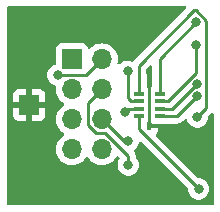
<source format=gbr>
%TF.GenerationSoftware,KiCad,Pcbnew,7.0.10*%
%TF.CreationDate,2024-03-07T16:00:11+01:00*%
%TF.ProjectId,IO_LED_Stick,494f5f4c-4544-45f5-9374-69636b2e6b69,1*%
%TF.SameCoordinates,Original*%
%TF.FileFunction,Copper,L2,Bot*%
%TF.FilePolarity,Positive*%
%FSLAX46Y46*%
G04 Gerber Fmt 4.6, Leading zero omitted, Abs format (unit mm)*
G04 Created by KiCad (PCBNEW 7.0.10) date 2024-03-07 16:00:11*
%MOMM*%
%LPD*%
G01*
G04 APERTURE LIST*
%TA.AperFunction,ComponentPad*%
%ADD10R,1.700000X1.700000*%
%TD*%
%TA.AperFunction,ComponentPad*%
%ADD11O,1.700000X1.700000*%
%TD*%
%TA.AperFunction,SMDPad,CuDef*%
%ADD12R,0.458800X0.735600*%
%TD*%
%TA.AperFunction,SMDPad,CuDef*%
%ADD13R,0.888000X0.306400*%
%TD*%
%TA.AperFunction,ViaPad*%
%ADD14C,0.800000*%
%TD*%
%TA.AperFunction,Conductor*%
%ADD15C,0.250000*%
%TD*%
G04 APERTURE END LIST*
D10*
%TO.P,J1,1,Pin_1*%
%TO.N,Net-(D1-A)*%
X144585000Y-82492000D03*
D11*
%TO.P,J1,2,Pin_2*%
%TO.N,Net-(D2-A)*%
X144585000Y-85032000D03*
%TO.P,J1,3,Pin_3*%
%TO.N,Net-(D3-A)*%
X144585000Y-87572000D03*
%TO.P,J1,4,Pin_4*%
%TO.N,Net-(D4-A)*%
X144585000Y-90112000D03*
%TO.P,J1,5,Pin_5*%
%TO.N,Net-(D5-A)*%
X147125000Y-90112000D03*
%TO.P,J1,6,Pin_6*%
%TO.N,Net-(D6-A)*%
X147125000Y-87572000D03*
%TO.P,J1,7,Pin_7*%
%TO.N,Net-(D7-A)*%
X147125000Y-85032000D03*
%TO.P,J1,8,Pin_8*%
%TO.N,Net-(D8-A)*%
X147125000Y-82492000D03*
%TD*%
D10*
%TO.P,J2,1,Pin_1*%
%TO.N,GND*%
X140970000Y-86360000D03*
%TD*%
D12*
%TO.P,RN1,1,R1*%
%TO.N,GND*%
X151130000Y-84601401D03*
X151130000Y-88118599D03*
D13*
%TO.P,RN1,2,R1.2*%
%TO.N,Net-(D1-K)*%
X152012299Y-85407500D03*
%TO.P,RN1,3,R2.2*%
%TO.N,Net-(D2-K)*%
X152012299Y-86042500D03*
%TO.P,RN1,4,R3.2*%
%TO.N,Net-(D3-K)*%
X152012299Y-86677500D03*
%TO.P,RN1,5,R4.2*%
%TO.N,Net-(D4-K)*%
X152012299Y-87312500D03*
%TO.P,RN1,6,R5.2*%
%TO.N,Net-(D8-K)*%
X150247701Y-87312500D03*
%TO.P,RN1,7,R6.2*%
%TO.N,Net-(D7-K)*%
X150247701Y-86677500D03*
%TO.P,RN1,8,R7.2*%
%TO.N,Net-(D6-K)*%
X150247701Y-86042500D03*
%TO.P,RN1,9,R8.2*%
%TO.N,Net-(D5-K)*%
X150247701Y-85407500D03*
%TD*%
D14*
%TO.N,Net-(D1-K)*%
X155067000Y-79375000D03*
%TO.N,Net-(D2-K)*%
X155067000Y-81280000D03*
%TO.N,Net-(D3-K)*%
X155217049Y-84556348D03*
%TO.N,Net-(D4-K)*%
X155196998Y-85600998D03*
%TO.N,Net-(D5-K)*%
X155194000Y-87376000D03*
%TO.N,Net-(D6-K)*%
X149305501Y-83522019D03*
%TO.N,Net-(D6-A)*%
X149352000Y-89408000D03*
%TO.N,Net-(D7-K)*%
X149098000Y-86931500D03*
%TO.N,Net-(D7-A)*%
X149352000Y-91440000D03*
%TO.N,Net-(D8-K)*%
X155321000Y-93472000D03*
%TO.N,Net-(D8-A)*%
X143379514Y-83824734D03*
%TD*%
D15*
%TO.N,GND*%
X151130000Y-84601401D02*
X151130000Y-88118599D01*
%TO.N,Net-(D1-K)*%
X152012299Y-82429701D02*
X152012299Y-85407500D01*
X155067000Y-79375000D02*
X152012299Y-82429701D01*
%TO.N,Net-(D2-K)*%
X152706299Y-86042500D02*
X152012299Y-86042500D01*
X155067000Y-83681799D02*
X152706299Y-86042500D01*
X155067000Y-81280000D02*
X155067000Y-83681799D01*
%TO.N,Net-(D3-K)*%
X153095897Y-86677500D02*
X152012299Y-86677500D01*
X155217049Y-84556348D02*
X153095897Y-86677500D01*
%TO.N,Net-(D4-K)*%
X153485496Y-87312500D02*
X152012299Y-87312500D01*
X155196998Y-85600998D02*
X153485496Y-87312500D01*
%TO.N,Net-(D5-K)*%
X155076305Y-78359000D02*
X154940000Y-78359000D01*
X155956000Y-86614000D02*
X155956000Y-79238695D01*
X155956000Y-79238695D02*
X155076305Y-78359000D01*
X154940000Y-78359000D02*
X150247701Y-83051299D01*
X155194000Y-87376000D02*
X155956000Y-86614000D01*
X150247701Y-83051299D02*
X150247701Y-85407500D01*
%TO.N,Net-(D6-K)*%
X149305501Y-85794300D02*
X149305501Y-83522019D01*
X149553701Y-86042500D02*
X149305501Y-85794300D01*
X150247701Y-86042500D02*
X149553701Y-86042500D01*
%TO.N,Net-(D6-A)*%
X148961000Y-89408000D02*
X147125000Y-87572000D01*
X149352000Y-89408000D02*
X148961000Y-89408000D01*
%TO.N,Net-(D7-K)*%
X149098000Y-86931500D02*
X149352000Y-86677500D01*
X149352000Y-86677500D02*
X150247701Y-86677500D01*
%TO.N,Net-(D7-A)*%
X146638299Y-88747000D02*
X145950000Y-88058701D01*
X145950000Y-88058701D02*
X145950000Y-86207000D01*
X147421701Y-88747000D02*
X146638299Y-88747000D01*
X145950000Y-86207000D02*
X147125000Y-85032000D01*
X149352000Y-90677299D02*
X147421701Y-88747000D01*
X149352000Y-91440000D02*
X149352000Y-90677299D01*
%TO.N,Net-(D8-K)*%
X150247701Y-88398701D02*
X150247701Y-87312500D01*
X155321000Y-93472000D02*
X150247701Y-88398701D01*
%TO.N,Net-(D8-A)*%
X145792266Y-83824734D02*
X147125000Y-82492000D01*
X143379514Y-83824734D02*
X145792266Y-83824734D01*
%TD*%
%TA.AperFunction,Conductor*%
%TO.N,GND*%
G36*
X154203587Y-77998185D02*
G01*
X154249342Y-78050989D01*
X154259286Y-78120147D01*
X154230261Y-78183703D01*
X154224229Y-78190181D01*
X149863909Y-82550498D01*
X149851652Y-82560319D01*
X149851835Y-82560540D01*
X149845823Y-82565513D01*
X149799799Y-82614522D01*
X149797092Y-82617315D01*
X149777590Y-82636816D01*
X149777576Y-82636833D01*
X149775108Y-82640014D01*
X149767548Y-82648865D01*
X149766196Y-82650305D01*
X149705958Y-82685705D01*
X149636144Y-82682918D01*
X149625361Y-82678709D01*
X149585303Y-82660874D01*
X149439502Y-82629884D01*
X149400147Y-82621519D01*
X149210855Y-82621519D01*
X149178398Y-82628417D01*
X149025698Y-82660874D01*
X149025693Y-82660876D01*
X148852771Y-82737867D01*
X148852766Y-82737870D01*
X148699630Y-82849130D01*
X148699629Y-82849131D01*
X148657736Y-82895658D01*
X148598249Y-82932306D01*
X148528392Y-82930975D01*
X148470344Y-82892088D01*
X148442535Y-82827991D01*
X148445811Y-82780595D01*
X148460063Y-82727408D01*
X148480659Y-82492000D01*
X148460063Y-82256592D01*
X148398903Y-82028337D01*
X148299035Y-81814171D01*
X148297667Y-81812216D01*
X148163494Y-81620597D01*
X147996402Y-81453506D01*
X147996395Y-81453501D01*
X147802834Y-81317967D01*
X147802830Y-81317965D01*
X147802828Y-81317964D01*
X147588663Y-81218097D01*
X147588659Y-81218096D01*
X147588655Y-81218094D01*
X147360413Y-81156938D01*
X147360403Y-81156936D01*
X147125001Y-81136341D01*
X147124999Y-81136341D01*
X146889596Y-81156936D01*
X146889586Y-81156938D01*
X146661344Y-81218094D01*
X146661335Y-81218098D01*
X146447171Y-81317964D01*
X146447169Y-81317965D01*
X146253600Y-81453503D01*
X146131673Y-81575430D01*
X146070350Y-81608914D01*
X146000658Y-81603930D01*
X145944725Y-81562058D01*
X145927810Y-81531081D01*
X145878797Y-81399671D01*
X145878793Y-81399664D01*
X145792547Y-81284455D01*
X145792544Y-81284452D01*
X145677335Y-81198206D01*
X145677328Y-81198202D01*
X145542482Y-81147908D01*
X145542483Y-81147908D01*
X145482883Y-81141501D01*
X145482881Y-81141500D01*
X145482873Y-81141500D01*
X145482864Y-81141500D01*
X143687129Y-81141500D01*
X143687123Y-81141501D01*
X143627516Y-81147908D01*
X143492671Y-81198202D01*
X143492664Y-81198206D01*
X143377455Y-81284452D01*
X143377452Y-81284455D01*
X143291206Y-81399664D01*
X143291202Y-81399671D01*
X143240908Y-81534517D01*
X143234501Y-81594116D01*
X143234500Y-81594135D01*
X143234500Y-82834526D01*
X143214815Y-82901565D01*
X143162011Y-82947320D01*
X143136283Y-82955816D01*
X143099708Y-82963590D01*
X143099706Y-82963591D01*
X142926784Y-83040582D01*
X142926779Y-83040585D01*
X142773643Y-83151845D01*
X142646980Y-83292519D01*
X142552335Y-83456449D01*
X142552332Y-83456456D01*
X142493841Y-83636474D01*
X142493840Y-83636478D01*
X142474054Y-83824734D01*
X142493840Y-84012990D01*
X142493841Y-84012993D01*
X142552332Y-84193011D01*
X142552335Y-84193018D01*
X142646981Y-84356950D01*
X142729862Y-84448998D01*
X142773643Y-84497622D01*
X142926779Y-84608882D01*
X142926784Y-84608885D01*
X143099711Y-84685878D01*
X143149397Y-84696439D01*
X143210876Y-84729629D01*
X143244653Y-84790792D01*
X143247142Y-84828535D01*
X143229341Y-85031998D01*
X143229341Y-85032000D01*
X143249936Y-85267403D01*
X143249938Y-85267413D01*
X143311094Y-85495655D01*
X143311096Y-85495659D01*
X143311097Y-85495663D01*
X143410965Y-85709830D01*
X143410967Y-85709834D01*
X143476983Y-85804114D01*
X143526842Y-85875320D01*
X143546501Y-85903395D01*
X143546506Y-85903402D01*
X143713597Y-86070493D01*
X143713603Y-86070498D01*
X143899158Y-86200425D01*
X143942783Y-86255002D01*
X143949977Y-86324500D01*
X143918454Y-86386855D01*
X143899158Y-86403575D01*
X143713597Y-86533505D01*
X143546505Y-86700597D01*
X143410965Y-86894169D01*
X143410964Y-86894171D01*
X143348340Y-87028470D01*
X143312766Y-87104759D01*
X143311098Y-87108335D01*
X143311094Y-87108344D01*
X143249938Y-87336586D01*
X143249936Y-87336596D01*
X143229341Y-87571999D01*
X143229341Y-87572000D01*
X143249936Y-87807403D01*
X143249938Y-87807413D01*
X143311094Y-88035655D01*
X143311096Y-88035659D01*
X143311097Y-88035663D01*
X143405049Y-88237144D01*
X143410965Y-88249830D01*
X143410967Y-88249834D01*
X143546501Y-88443395D01*
X143546506Y-88443402D01*
X143713597Y-88610493D01*
X143713603Y-88610498D01*
X143899158Y-88740425D01*
X143942783Y-88795002D01*
X143949977Y-88864500D01*
X143918454Y-88926855D01*
X143899158Y-88943575D01*
X143713597Y-89073505D01*
X143546505Y-89240597D01*
X143410965Y-89434169D01*
X143410964Y-89434171D01*
X143311098Y-89648335D01*
X143311094Y-89648344D01*
X143249938Y-89876586D01*
X143249936Y-89876596D01*
X143229341Y-90111999D01*
X143229341Y-90112000D01*
X143249936Y-90347403D01*
X143249938Y-90347413D01*
X143311094Y-90575655D01*
X143311096Y-90575659D01*
X143311097Y-90575663D01*
X143372022Y-90706316D01*
X143410965Y-90789830D01*
X143410967Y-90789834D01*
X143464660Y-90866515D01*
X143546505Y-90983401D01*
X143713599Y-91150495D01*
X143810384Y-91218265D01*
X143907165Y-91286032D01*
X143907167Y-91286033D01*
X143907170Y-91286035D01*
X144121337Y-91385903D01*
X144349592Y-91447063D01*
X144537918Y-91463539D01*
X144584999Y-91467659D01*
X144585000Y-91467659D01*
X144585001Y-91467659D01*
X144624234Y-91464226D01*
X144820408Y-91447063D01*
X145048663Y-91385903D01*
X145262830Y-91286035D01*
X145456401Y-91150495D01*
X145623495Y-90983401D01*
X145753425Y-90797842D01*
X145808002Y-90754217D01*
X145877500Y-90747023D01*
X145939855Y-90778546D01*
X145956575Y-90797842D01*
X146086500Y-90983395D01*
X146086505Y-90983401D01*
X146253599Y-91150495D01*
X146350384Y-91218265D01*
X146447165Y-91286032D01*
X146447167Y-91286033D01*
X146447170Y-91286035D01*
X146661337Y-91385903D01*
X146889592Y-91447063D01*
X147077918Y-91463539D01*
X147124999Y-91467659D01*
X147125000Y-91467659D01*
X147125001Y-91467659D01*
X147164234Y-91464226D01*
X147360408Y-91447063D01*
X147588663Y-91385903D01*
X147802830Y-91286035D01*
X147996401Y-91150495D01*
X148163495Y-90983401D01*
X148299035Y-90789830D01*
X148313526Y-90758753D01*
X148359696Y-90706316D01*
X148426889Y-90687163D01*
X148493770Y-90707378D01*
X148513585Y-90723474D01*
X148580895Y-90790784D01*
X148614378Y-90852104D01*
X148609394Y-90921796D01*
X148600600Y-90940462D01*
X148524820Y-91071718D01*
X148524818Y-91071722D01*
X148466327Y-91251740D01*
X148466326Y-91251744D01*
X148446540Y-91440000D01*
X148466326Y-91628256D01*
X148466327Y-91628259D01*
X148524818Y-91808277D01*
X148524821Y-91808284D01*
X148619467Y-91972216D01*
X148746129Y-92112888D01*
X148899265Y-92224148D01*
X148899270Y-92224151D01*
X149072192Y-92301142D01*
X149072197Y-92301144D01*
X149257354Y-92340500D01*
X149257355Y-92340500D01*
X149446644Y-92340500D01*
X149446646Y-92340500D01*
X149631803Y-92301144D01*
X149804730Y-92224151D01*
X149957871Y-92112888D01*
X150084533Y-91972216D01*
X150179179Y-91808284D01*
X150237674Y-91628256D01*
X150257460Y-91440000D01*
X150237674Y-91251744D01*
X150179179Y-91071716D01*
X150084533Y-90907784D01*
X150011416Y-90826579D01*
X149981186Y-90763587D01*
X149980540Y-90744410D01*
X149979918Y-90744430D01*
X149977561Y-90669425D01*
X149977500Y-90665530D01*
X149977500Y-90637953D01*
X149977500Y-90637949D01*
X149976996Y-90633964D01*
X149976080Y-90622320D01*
X149974877Y-90584032D01*
X149974709Y-90578672D01*
X149969122Y-90559443D01*
X149965174Y-90540383D01*
X149962663Y-90520503D01*
X149946588Y-90479903D01*
X149942804Y-90468851D01*
X149930618Y-90426908D01*
X149930616Y-90426905D01*
X149920423Y-90409670D01*
X149911861Y-90392193D01*
X149904487Y-90373568D01*
X149885480Y-90347408D01*
X149878811Y-90338229D01*
X149872411Y-90328486D01*
X149853107Y-90295846D01*
X149835927Y-90228124D01*
X149858087Y-90161861D01*
X149886950Y-90132414D01*
X149957871Y-90080888D01*
X150084533Y-89940216D01*
X150179179Y-89776284D01*
X150237674Y-89596256D01*
X150241218Y-89562527D01*
X150267802Y-89497915D01*
X150325100Y-89457930D01*
X150394919Y-89455270D01*
X150452219Y-89487809D01*
X152432068Y-91467659D01*
X154382038Y-93417629D01*
X154415523Y-93478952D01*
X154417678Y-93492348D01*
X154425968Y-93571227D01*
X154435326Y-93660256D01*
X154435327Y-93660259D01*
X154493818Y-93840277D01*
X154493821Y-93840284D01*
X154588467Y-94004216D01*
X154715129Y-94144888D01*
X154868265Y-94256148D01*
X154868270Y-94256151D01*
X155041192Y-94333142D01*
X155041197Y-94333144D01*
X155226354Y-94372500D01*
X155226355Y-94372500D01*
X155415644Y-94372500D01*
X155415646Y-94372500D01*
X155600803Y-94333144D01*
X155773730Y-94256151D01*
X155926871Y-94144888D01*
X156053533Y-94004216D01*
X156148179Y-93840284D01*
X156206674Y-93660256D01*
X156226460Y-93472000D01*
X156206674Y-93283744D01*
X156148179Y-93103716D01*
X156053533Y-92939784D01*
X155926871Y-92799112D01*
X155926870Y-92799111D01*
X155773734Y-92687851D01*
X155773729Y-92687848D01*
X155600807Y-92610857D01*
X155600802Y-92610855D01*
X155455001Y-92579865D01*
X155415646Y-92571500D01*
X155415645Y-92571500D01*
X155356453Y-92571500D01*
X155289414Y-92551815D01*
X155268772Y-92535181D01*
X151732882Y-88999291D01*
X151699397Y-88937968D01*
X151704381Y-88868276D01*
X151721297Y-88837298D01*
X151802752Y-88728488D01*
X151802754Y-88728485D01*
X151852996Y-88593778D01*
X151852998Y-88593771D01*
X151859399Y-88534243D01*
X151859400Y-88534226D01*
X151859400Y-88347999D01*
X151132952Y-88347999D01*
X151065913Y-88328314D01*
X151045271Y-88311680D01*
X150936919Y-88203328D01*
X150903434Y-88142005D01*
X150900600Y-88115647D01*
X150900600Y-88013199D01*
X150920285Y-87946160D01*
X150973089Y-87900405D01*
X151024600Y-87889199D01*
X151257584Y-87889199D01*
X151317367Y-87906753D01*
X151318190Y-87905248D01*
X151325964Y-87909493D01*
X151325968Y-87909496D01*
X151424269Y-87946160D01*
X151460816Y-87959791D01*
X151460815Y-87959791D01*
X151467743Y-87960535D01*
X151520426Y-87966200D01*
X152504171Y-87966199D01*
X152563782Y-87959791D01*
X152601246Y-87945818D01*
X152644579Y-87938000D01*
X153402753Y-87938000D01*
X153418373Y-87939724D01*
X153418400Y-87939439D01*
X153426156Y-87940171D01*
X153426163Y-87940173D01*
X153493369Y-87938061D01*
X153497264Y-87938000D01*
X153524842Y-87938000D01*
X153524846Y-87938000D01*
X153528820Y-87937497D01*
X153540459Y-87936580D01*
X153584123Y-87935209D01*
X153603365Y-87929617D01*
X153622408Y-87925674D01*
X153642288Y-87923164D01*
X153682897Y-87907085D01*
X153693940Y-87903303D01*
X153735886Y-87891118D01*
X153753125Y-87880922D01*
X153770599Y-87872362D01*
X153789223Y-87864988D01*
X153789223Y-87864987D01*
X153789228Y-87864986D01*
X153824579Y-87839300D01*
X153834310Y-87832908D01*
X153871916Y-87810670D01*
X153886085Y-87796499D01*
X153900875Y-87783868D01*
X153917083Y-87772094D01*
X153944934Y-87738426D01*
X153952775Y-87729809D01*
X154118651Y-87563933D01*
X154179972Y-87530450D01*
X154249664Y-87535434D01*
X154305597Y-87577306D01*
X154324261Y-87613298D01*
X154366818Y-87744278D01*
X154366821Y-87744284D01*
X154461467Y-87908216D01*
X154576214Y-88035655D01*
X154588129Y-88048888D01*
X154741265Y-88160148D01*
X154741270Y-88160151D01*
X154914192Y-88237142D01*
X154914197Y-88237144D01*
X155099354Y-88276500D01*
X155099355Y-88276500D01*
X155288644Y-88276500D01*
X155288646Y-88276500D01*
X155473803Y-88237144D01*
X155646730Y-88160151D01*
X155799871Y-88048888D01*
X155926533Y-87908216D01*
X156021179Y-87744284D01*
X156079674Y-87564256D01*
X156097321Y-87396345D01*
X156123905Y-87331732D01*
X156132952Y-87321636D01*
X156339786Y-87114802D01*
X156352048Y-87104980D01*
X156351865Y-87104759D01*
X156357868Y-87099791D01*
X156357877Y-87099786D01*
X156376106Y-87080374D01*
X156436346Y-87044977D01*
X156506160Y-87047768D01*
X156563382Y-87087861D01*
X156589845Y-87152525D01*
X156590500Y-87165255D01*
X156590500Y-94744500D01*
X156570815Y-94811539D01*
X156518011Y-94857294D01*
X156466500Y-94868500D01*
X139189500Y-94868500D01*
X139122461Y-94848815D01*
X139076706Y-94796011D01*
X139065500Y-94744500D01*
X139065500Y-87257844D01*
X139620000Y-87257844D01*
X139626401Y-87317372D01*
X139626403Y-87317379D01*
X139676645Y-87452086D01*
X139676649Y-87452093D01*
X139762809Y-87567187D01*
X139762812Y-87567190D01*
X139877906Y-87653350D01*
X139877913Y-87653354D01*
X140012620Y-87703596D01*
X140012627Y-87703598D01*
X140072155Y-87709999D01*
X140072172Y-87710000D01*
X140720000Y-87710000D01*
X140720000Y-86795501D01*
X140827685Y-86844680D01*
X140934237Y-86860000D01*
X141005763Y-86860000D01*
X141112315Y-86844680D01*
X141220000Y-86795501D01*
X141220000Y-87710000D01*
X141867828Y-87710000D01*
X141867844Y-87709999D01*
X141927372Y-87703598D01*
X141927379Y-87703596D01*
X142062086Y-87653354D01*
X142062093Y-87653350D01*
X142177187Y-87567190D01*
X142177190Y-87567187D01*
X142263350Y-87452093D01*
X142263354Y-87452086D01*
X142313596Y-87317379D01*
X142313598Y-87317372D01*
X142319999Y-87257844D01*
X142320000Y-87257827D01*
X142320000Y-86610000D01*
X141403686Y-86610000D01*
X141429493Y-86569844D01*
X141470000Y-86431889D01*
X141470000Y-86288111D01*
X141429493Y-86150156D01*
X141403686Y-86110000D01*
X142320000Y-86110000D01*
X142320000Y-85462172D01*
X142319999Y-85462155D01*
X142313598Y-85402627D01*
X142313596Y-85402620D01*
X142263354Y-85267913D01*
X142263350Y-85267906D01*
X142177190Y-85152812D01*
X142177187Y-85152809D01*
X142062093Y-85066649D01*
X142062086Y-85066645D01*
X141927379Y-85016403D01*
X141927372Y-85016401D01*
X141867844Y-85010000D01*
X141220000Y-85010000D01*
X141220000Y-85924498D01*
X141112315Y-85875320D01*
X141005763Y-85860000D01*
X140934237Y-85860000D01*
X140827685Y-85875320D01*
X140720000Y-85924498D01*
X140720000Y-85010000D01*
X140072155Y-85010000D01*
X140012627Y-85016401D01*
X140012620Y-85016403D01*
X139877913Y-85066645D01*
X139877906Y-85066649D01*
X139762812Y-85152809D01*
X139762809Y-85152812D01*
X139676649Y-85267906D01*
X139676645Y-85267913D01*
X139626403Y-85402620D01*
X139626401Y-85402627D01*
X139620000Y-85462155D01*
X139620000Y-86110000D01*
X140536314Y-86110000D01*
X140510507Y-86150156D01*
X140470000Y-86288111D01*
X140470000Y-86431889D01*
X140510507Y-86569844D01*
X140536314Y-86610000D01*
X139620000Y-86610000D01*
X139620000Y-87257844D01*
X139065500Y-87257844D01*
X139065500Y-78102500D01*
X139085185Y-78035461D01*
X139137989Y-77989706D01*
X139189500Y-77978500D01*
X154136548Y-77978500D01*
X154203587Y-77998185D01*
G37*
%TD.AperFunction*%
%TA.AperFunction,Conductor*%
G36*
X151306133Y-82979971D02*
G01*
X151362066Y-83021843D01*
X151386483Y-83087307D01*
X151386799Y-83096153D01*
X151386799Y-83654840D01*
X151367114Y-83721879D01*
X151359400Y-83731451D01*
X151359400Y-84706801D01*
X151339715Y-84773840D01*
X151286911Y-84819595D01*
X151235400Y-84830801D01*
X151024600Y-84830801D01*
X150957561Y-84811116D01*
X150911806Y-84758312D01*
X150900600Y-84706801D01*
X150900600Y-83726185D01*
X150876035Y-83681198D01*
X150873201Y-83654840D01*
X150873201Y-83361751D01*
X150892886Y-83294712D01*
X150909520Y-83274070D01*
X151175118Y-83008472D01*
X151236441Y-82974987D01*
X151306133Y-82979971D01*
G37*
%TD.AperFunction*%
%TD*%
M02*

</source>
